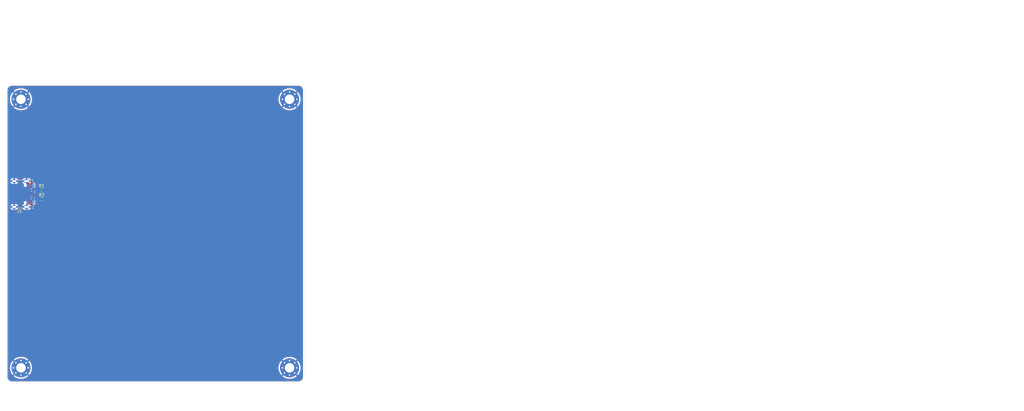
<source format=kicad_pcb>
(kicad_pcb (version 20240108) (generator "pcbnew") (generator_version "8.0")
  (title_block (title "JLCPCB_2Lyaer_0-8mm_template") (date "2024-11-08") (rev "RevA") (company "ACS"))
  (layers (0 "F.Cu" signal) (31 "B.Cu" signal) (34 "B.Paste" user) (35 "F.Paste" user) (36 "B.SilkS" user "B.Silkscreen") (37 "F.SilkS" user "F.Silkscreen") (38 "B.Mask" user) (39 "F.Mask" user) (44 "Edge.Cuts" user))
  (net 0 "")
  (net 1 "GND")
  (net 2 "VBUS")
  (net 3 "Net-(J1-CC1)")
  (net 4 "Net-(J1-CC2)")
  (net 5 "/USB+")
  (net 6 "/USB-")
  (footprint "Resistor_SMD:R_0603_1608Metric_Pad0.98x0.95mm_HandSolder" (layer "F.Cu") (at 68.9125 82.5)
    (property "Reference" "R1" (at -0.0125 -1.5 360) (layer "F.SilkS"))
    (property "Value" "5.1K")
    (fp_line (start -0.254724 -0.5225) (end 0.254724 -0.5225) (stroke (width 0.12)) (layer "F.SilkS"))
    (fp_line (start -0.254724 0.5225) (end 0.254724 0.5225) (stroke (width 0.12)) (layer "F.SilkS"))
    (pad "1" smd roundrect (at -0.9125 0) (size 0.975 0.95) (layers "F.Cu" "F.Paste" "F.Mask") (net 3 "Net-(J1-CC1)"))
    (pad "2" smd roundrect (at 0.9125 0) (size 0.975 0.95) (layers "F.Cu" "F.Paste" "F.Mask") (net 1 "GND"))
  )
  (footprint "MountingHole:MountingHole_3.2mm_M3_Pad_Via" (layer "F.Cu") (at 152 52)
    (property "Reference" "H2" (hide yes))
    (property "Value" "MountingHole_Pad" (hide yes))
    (pad "1" thru_hole circle (at -2.4 0) (size 0.8 0.8) (drill 0.5) (layers "*.Cu" "*.Mask") (net 1 "GND"))
    (pad "1" thru_hole circle (at -1.697056 -1.697056) (size 0.8 0.8) (drill 0.5) (layers "*.Cu" "*.Mask") (net 1 "GND"))
    (pad "1" thru_hole circle (at -1.697056 1.697056) (size 0.8 0.8) (drill 0.5) (layers "*.Cu" "*.Mask") (net 1 "GND"))
    (pad "1" thru_hole circle (at 0 -2.4) (size 0.8 0.8) (drill 0.5) (layers "*.Cu" "*.Mask") (net 1 "GND"))
    (pad "1" thru_hole circle (at 0 0) (size 6.4 6.4) (drill 3.2) (layers "*.Cu" "*.Mask") (net 1 "GND"))
    (pad "1" thru_hole circle (at 0 2.4) (size 0.8 0.8) (drill 0.5) (layers "*.Cu" "*.Mask") (net 1 "GND"))
    (pad "1" thru_hole circle (at 1.697056 -1.697056) (size 0.8 0.8) (drill 0.5) (layers "*.Cu" "*.Mask") (net 1 "GND"))
    (pad "1" thru_hole circle (at 1.697056 1.697056) (size 0.8 0.8) (drill 0.5) (layers "*.Cu" "*.Mask") (net 1 "GND"))
    (pad "1" thru_hole circle (at 2.4 0) (size 0.8 0.8) (drill 0.5) (layers "*.Cu" "*.Mask") (net 1 "GND"))
  )
  (footprint "Resistor_SMD:R_0603_1608Metric_Pad0.98x0.95mm_HandSolder" (layer "F.Cu") (at 68.9125 85.5)
    (property "Reference" "R2" (at -0.0125 -1.4 360) (layer "F.SilkS"))
    (property "Value" "5.1K")
    (fp_line (start -0.254724 -0.5225) (end 0.254724 -0.5225) (stroke (width 0.12)) (layer "F.SilkS"))
    (fp_line (start -0.254724 0.5225) (end 0.254724 0.5225) (stroke (width 0.12)) (layer "F.SilkS"))
    (pad "1" smd roundrect (at -0.9125 0) (size 0.975 0.95) (layers "F.Cu" "F.Paste" "F.Mask") (net 4 "Net-(J1-CC2)"))
    (pad "2" smd roundrect (at 0.9125 0) (size 0.975 0.95) (layers "F.Cu" "F.Paste" "F.Mask") (net 1 "GND"))
  )
  (footprint "MountingHole:MountingHole_3.2mm_M3_Pad_Via" (layer "F.Cu") (at 152 142)
    (property "Reference" "H4" (hide yes))
    (property "Value" "MountingHole_Pad" (hide yes))
    (pad "1" thru_hole circle (at -2.4 0) (size 0.8 0.8) (drill 0.5) (layers "*.Cu" "*.Mask") (net 1 "GND"))
    (pad "1" thru_hole circle (at -1.697056 -1.697056) (size 0.8 0.8) (drill 0.5) (layers "*.Cu" "*.Mask") (net 1 "GND"))
    (pad "1" thru_hole circle (at -1.697056 1.697056) (size 0.8 0.8) (drill 0.5) (layers "*.Cu" "*.Mask") (net 1 "GND"))
    (pad "1" thru_hole circle (at 0 -2.4) (size 0.8 0.8) (drill 0.5) (layers "*.Cu" "*.Mask") (net 1 "GND"))
    (pad "1" thru_hole circle (at 0 0) (size 6.4 6.4) (drill 3.2) (layers "*.Cu" "*.Mask") (net 1 "GND"))
    (pad "1" thru_hole circle (at 0 2.4) (size 0.8 0.8) (drill 0.5) (layers "*.Cu" "*.Mask") (net 1 "GND"))
    (pad "1" thru_hole circle (at 1.697056 -1.697056) (size 0.8 0.8) (drill 0.5) (layers "*.Cu" "*.Mask") (net 1 "GND"))
    (pad "1" thru_hole circle (at 1.697056 1.697056) (size 0.8 0.8) (drill 0.5) (layers "*.Cu" "*.Mask") (net 1 "GND"))
    (pad "1" thru_hole circle (at 2.4 0) (size 0.8 0.8) (drill 0.5) (layers "*.Cu" "*.Mask") (net 1 "GND"))
  )
  (footprint "MountingHole:MountingHole_3.2mm_M3_Pad_Via" (layer "F.Cu") (at 62 52)
    (property "Reference" "H1" (hide yes))
    (property "Value" "MountingHole_Pad" (hide yes))
    (pad "1" thru_hole circle (at -2.4 0) (size 0.8 0.8) (drill 0.5) (layers "*.Cu" "*.Mask") (net 1 "GND"))
    (pad "1" thru_hole circle (at -1.697056 -1.697056) (size 0.8 0.8) (drill 0.5) (layers "*.Cu" "*.Mask") (net 1 "GND"))
    (pad "1" thru_hole circle (at -1.697056 1.697056) (size 0.8 0.8) (drill 0.5) (layers "*.Cu" "*.Mask") (net 1 "GND"))
    (pad "1" thru_hole circle (at 0 -2.4) (size 0.8 0.8) (drill 0.5) (layers "*.Cu" "*.Mask") (net 1 "GND"))
    (pad "1" thru_hole circle (at 0 0) (size 6.4 6.4) (drill 3.2) (layers "*.Cu" "*.Mask") (net 1 "GND"))
    (pad "1" thru_hole circle (at 0 2.4) (size 0.8 0.8) (drill 0.5) (layers "*.Cu" "*.Mask") (net 1 "GND"))
    (pad "1" thru_hole circle (at 1.697056 -1.697056) (size 0.8 0.8) (drill 0.5) (layers "*.Cu" "*.Mask") (net 1 "GND"))
    (pad "1" thru_hole circle (at 1.697056 1.697056) (size 0.8 0.8) (drill 0.5) (layers "*.Cu" "*.Mask") (net 1 "GND"))
    (pad "1" thru_hole circle (at 2.4 0) (size 0.8 0.8) (drill 0.5) (layers "*.Cu" "*.Mask") (net 1 "GND"))
  )
  (footprint "MountingHole:MountingHole_3.2mm_M3_Pad_Via" (layer "F.Cu") (at 62 142)
    (property "Reference" "H3" (hide yes))
    (property "Value" "MountingHole_Pad" (hide yes))
    (pad "1" thru_hole circle (at -2.4 0) (size 0.8 0.8) (drill 0.5) (layers "*.Cu" "*.Mask") (net 1 "GND"))
    (pad "1" thru_hole circle (at -1.697056 -1.697056) (size 0.8 0.8) (drill 0.5) (layers "*.Cu" "*.Mask") (net 1 "GND"))
    (pad "1" thru_hole circle (at -1.697056 1.697056) (size 0.8 0.8) (drill 0.5) (layers "*.Cu" "*.Mask") (net 1 "GND"))
    (pad "1" thru_hole circle (at 0 -2.4) (size 0.8 0.8) (drill 0.5) (layers "*.Cu" "*.Mask") (net 1 "GND"))
    (pad "1" thru_hole circle (at 0 0) (size 6.4 6.4) (drill 3.2) (layers "*.Cu" "*.Mask") (net 1 "GND"))
    (pad "1" thru_hole circle (at 0 2.4) (size 0.8 0.8) (drill 0.5) (layers "*.Cu" "*.Mask") (net 1 "GND"))
    (pad "1" thru_hole circle (at 1.697056 -1.697056) (size 0.8 0.8) (drill 0.5) (layers "*.Cu" "*.Mask") (net 1 "GND"))
    (pad "1" thru_hole circle (at 1.697056 1.697056) (size 0.8 0.8) (drill 0.5) (layers "*.Cu" "*.Mask") (net 1 "GND"))
    (pad "1" thru_hole circle (at 2.4 0) (size 0.8 0.8) (drill 0.5) (layers "*.Cu" "*.Mask") (net 1 "GND"))
  )
  (footprint "Connector_USB:USB_C_Receptacle_GCT_USB4105-xx-A_16P_TopMnt_Horizontal" (layer "F.Cu") (at 60.82 83.75 -90)
    (property "Reference" "J1" (at 5.75 -0.75 0) (layer "F.SilkS"))
    (property "Value" "USB4105-GF-A")
    (fp_line (start -4.67 -0.1) (end -4.67 -1.8) (stroke (width 0.12)) (layer "F.SilkS"))
    (fp_line (start 4.67 -0.1) (end 4.67 -1.8) (stroke (width 0.12)) (layer "F.SilkS"))
    (pad "" np_thru_hole circle (at -2.89 -2.605 270) (size 0.65 0.65) (drill 0.65) (layers "F&B.Cu" "*.Mask"))
    (pad "" np_thru_hole circle (at 2.89 -2.605 270) (size 0.65 0.65) (drill 0.65) (layers "F&B.Cu" "*.Mask"))
    (pad "A1" smd roundrect (at -3.2 -3.68 270) (size 0.6 1.15) (layers "F.Cu" "F.Paste" "F.Mask") (net 1 "GND"))
    (pad "A4" smd roundrect (at -2.4 -3.68 270) (size 0.6 1.15) (layers "F.Cu" "F.Paste" "F.Mask") (net 2 "VBUS"))
    (pad "A5" smd roundrect (at -1.25 -3.68 270) (size 0.3 1.15) (layers "F.Cu" "F.Paste" "F.Mask") (net 3 "Net-(J1-CC1)"))
    (pad "A6" smd roundrect (at -0.25 -3.68 270) (size 0.3 1.15) (layers "F.Cu" "F.Paste" "F.Mask") (net 5 "/USB+"))
    (pad "A7" smd roundrect (at 0.25 -3.68 270) (size 0.3 1.15) (layers "F.Cu" "F.Paste" "F.Mask") (net 6 "/USB-"))
    (pad "A8" smd roundrect (at 1.25 -3.68 270) (size 0.3 1.15) (layers "F.Cu" "F.Paste" "F.Mask"))
    (pad "A9" smd roundrect (at 2.4 -3.68 270) (size 0.6 1.15) (layers "F.Cu" "F.Paste" "F.Mask") (net 2 "VBUS"))
    (pad "A12" smd roundrect (at 3.2 -3.68 270) (size 0.6 1.15) (layers "F.Cu" "F.Paste" "F.Mask") (net 1 "GND"))
    (pad "B1" smd roundrect (at 3.2 -3.68 270) (size 0.6 1.15) (layers "F.Cu" "F.Paste" "F.Mask") (net 1 "GND"))
    (pad "B4" smd roundrect (at 2.4 -3.68 270) (size 0.6 1.15) (layers "F.Cu" "F.Paste" "F.Mask") (net 2 "VBUS"))
    (pad "B5" smd roundrect (at 1.75 -3.68 270) (size 0.3 1.15) (layers "F.Cu" "F.Paste" "F.Mask") (net 4 "Net-(J1-CC2)"))
    (pad "B6" smd roundrect (at 0.75 -3.68 270) (size 0.3 1.15) (layers "F.Cu" "F.Paste" "F.Mask") (net 5 "/USB+"))
    (pad "B7" smd roundrect (at -0.75 -3.68 270) (size 0.3 1.15) (layers "F.Cu" "F.Paste" "F.Mask") (net 6 "/USB-"))
    (pad "B8" smd roundrect (at -1.75 -3.68 270) (size 0.3 1.15) (layers "F.Cu" "F.Paste" "F.Mask"))
    (pad "B9" smd roundrect (at -2.4 -3.68 270) (size 0.6 1.15) (layers "F.Cu" "F.Paste" "F.Mask") (net 2 "VBUS"))
    (pad "B12" smd roundrect (at -3.2 -3.68 270) (size 0.6 1.15) (layers "F.Cu" "F.Paste" "F.Mask") (net 1 "GND"))
    (pad "S1" thru_hole oval (at -4.32 -3.105 270) (size 1 2.1) (drill oval 0.6 1.7) (layers "*.Cu" "*.Mask" "F.Paste") (net 1 "GND"))
    (pad "S1" thru_hole oval (at -4.32 1.075 270) (size 1 1.8) (drill oval 0.6 1.4) (layers "*.Cu" "*.Mask" "F.Paste") (net 1 "GND"))
    (pad "S1" thru_hole oval (at 4.32 -3.105 270) (size 1 2.1) (drill oval 0.6 1.7) (layers "*.Cu" "*.Mask" "F.Paste") (net 1 "GND"))
    (pad "S1" thru_hole oval (at 4.32 1.075 270) (size 1 1.8) (drill oval 0.6 1.4) (layers "*.Cu" "*.Mask" "F.Paste") (net 1 "GND"))
  )
  (gr_line (start 59 47) (end 155 47) (stroke (width 0.05)) (layer "Edge.Cuts"))
  (gr_line (start 57 145) (end 57 49) (stroke (width 0.05)) (layer "Edge.Cuts"))
  (gr_arc (start 57 49) (mid 57.585786 47.585786) (end 59 47) (stroke (width 0.05)) (layer "Edge.Cuts"))
  (gr_arc (start 155 47) (mid 156.414214 47.585786) (end 157 49) (stroke (width 0.05)) (layer "Edge.Cuts"))
  (gr_arc (start 59 147) (mid 57.585786 146.414214) (end 57 145) (stroke (width 0.05)) (layer "Edge.Cuts"))
  (gr_arc (start 157 145) (mid 156.414214 146.414214) (end 155 147) (stroke (width 0.05)) (layer "Edge.Cuts"))
  (gr_line (start 155 147) (end 59 147) (stroke (width 0.05)) (layer "Edge.Cuts"))
  (gr_line (start 157 49) (end 157 145) (stroke (width 0.05)) (layer "Edge.Cuts"))
  (segment (start 66.006304 79.665562) (end 65.985933 79.685933) (width 0.6) (layer "F.Cu") (net 1))
  (segment (start 66.006304 78.982225) (end 66.006304 79.665562) (width 0.6) (layer "F.Cu") (net 1))
  (segment (start 65.121866 80.55) (end 65.585933 80.085933) (width 0.6) (layer "F.Cu") (net 1))
  (segment (start 65.585933 87.414067) (end 65.985933 87.814067) (width 0.6) (layer "F.Cu") (net 1))
  (segment (start 65.121866 86.95) (end 65.585933 87.414067) (width 0.6) (layer "F.Cu") (net 1))
  (segment (start 65.985933 87.814067) (end 66 87.828134) (width 0.6) (layer "F.Cu") (net 1))
  (segment (start 64.5 86.95) (end 65.121866 86.95) (width 0.6) (layer "F.Cu") (net 1))
  (segment (start 66 87.828134) (end 66 88.4) (width 0.6) (layer "F.Cu") (net 1))
  (segment (start 64.5 80.55) (end 65.121866 80.55) (width 0.6) (layer "F.Cu") (net 1))
  (segment (start 65.585933 80.085933) (end 65.985933 79.685933) (width 0.6) (layer "F.Cu") (net 1))
  (via (at 66 88.585933) (size 0.6) (drill 0.3) (layers "F.Cu" "B.Cu") (net 1))
  (via (at 66 88) (size 0.6) (drill 0.3) (layers "F.Cu" "B.Cu") (net 1))
  (via (at 66 78.9) (size 0.6) (drill 0.3) (layers "F.Cu" "B.Cu") (net 1))
  (via (at 66 79.5) (size 0.6) (drill 0.3) (layers "F.Cu" "B.Cu") (net 1))
  (segment (start 66 86.2) (end 66 86.8) (width 0.6) (layer "F.Cu") (net 2))
  (segment (start 65.35 86.15) (end 64.5 86.15) (width 0.6) (layer "F.Cu") (net 2))
  (segment (start 66 80.7) (end 65.35 81.35) (width 0.6) (layer "F.Cu") (net 2))
  (segment (start 66 86.8) (end 65.35 86.15) (width 0.6) (layer "F.Cu") (net 2))
  (segment (start 66 81.3) (end 66 80.7) (width 0.6) (layer "F.Cu") (net 2))
  (segment (start 66 81.3) (end 65.95 81.35) (width 0.6) (layer "F.Cu") (net 2))
  (segment (start 65.95 86.15) (end 64.5 86.15) (width 0.6) (layer "F.Cu") (net 2))
  (segment (start 65.95 81.35) (end 64.5 81.35) (width 0.6) (layer "F.Cu") (net 2))
  (segment (start 65.35 81.35) (end 64.5 81.35) (width 0.6) (layer "F.Cu") (net 2))
  (segment (start 66 86.2) (end 65.95 86.15) (width 0.6) (layer "F.Cu") (net 2))
  (via (at 66 80.7) (size 0.6) (drill 0.3) (layers "F.Cu" "B.Cu") (net 2))
  (via (at 66 81.3) (size 0.6) (drill 0.3) (layers "F.Cu" "B.Cu") (net 2))
  (via (at 66 86.8) (size 0.6) (drill 0.3) (layers "F.Cu" "B.Cu") (net 2))
  (via (at 66 86.2) (size 0.6) (drill 0.3) (layers "F.Cu" "B.Cu") (net 2))
  (segment (start 66 80.7) (end 66 86.8) (width 1) (layer "B.Cu") (net 2))
  (segment (start 64.5 82.5) (end 68 82.5) (width 0.2) (layer "F.Cu") (net 3))
  (segment (start 64.5 85.5) (end 68 85.5) (width 0.2) (layer "F.Cu") (net 4))
  (segment (start 63.8 83.5) (end 63.6 83.7) (width 0.3) (layer "F.Cu") (net 5))
  (segment (start 63.6 84.3) (end 63.8 84.5) (width 0.3) (layer "F.Cu") (net 5))
  (segment (start 63.6 83.7) (end 63.6 84.3) (width 0.3) (layer "F.Cu") (net 5))
  (segment (start 66.0115 84.5885) (end 71.2 84.5885) (width 0.55) (layer "F.Cu") (net 5))
  (segment (start 65.4 84.6) (end 66 84.6) (width 0.3) (layer "F.Cu") (net 5))
  (segment (start 65.3 84.5) (end 65.4 84.6) (width 0.3) (layer "F.Cu") (net 5))
  (segment (start 63.8 84.5) (end 64.5 84.5) (width 0.3) (layer "F.Cu") (net 5))
  (segment (start 64.5 84.5) (end 65.3 84.5) (width 0.3) (layer "F.Cu") (net 5))
  (segment (start 64.5 83.5) (end 63.8 83.5) (width 0.3) (layer "F.Cu") (net 5))
  (segment (start 66.0115 83.9115) (end 71.2 83.9115) (width 0.55) (layer "F.Cu") (net 6))
  (segment (start 65.4 83.9) (end 66 83.9) (width 0.3) (layer "F.Cu") (net 6))
  (segment (start 65.2 83) (end 65.4 83.2) (width 0.3) (layer "F.Cu") (net 6))
  (segment (start 64.5 84) (end 65.3 84) (width 0.3) (layer "F.Cu") (net 6))
  (segment (start 64.5 83) (end 65.2 83) (width 0.3) (layer "F.Cu") (net 6))
  (segment (start 65.4 83.2) (end 65.4 83.9) (width 0.3) (layer "F.Cu") (net 6))
  (segment (start 65.3 84) (end 65.4 83.9) (width 0.3) (layer "F.Cu") (net 6))
  (zone (net 1) (net_name "GND") (layers "F&B.Cu") (name "Bottom GND") (connect_pads (clearance 0.5)) (min_thickness 0.25) (fill yes (thermal_gap 0.5) (thermal_bridge_width 0.5))
    (polygon (pts (xy 56 46) (xy 158 46) (xy 158 148) (xy 56 148)))
  )
)
</source>
